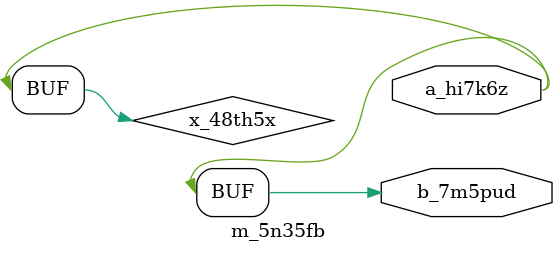
<source format=v>
module m_5n35fb(output a_hi7k6z, output b_7m5pud);
  wire w_e975d3;
  assign w_e975d3 = a_5zhkrh ^ b_ti4h86;
  // harmless mux
  assign y_ea9yq3 = a_5zhkrh ? w_e975d3 : b_ti4h86;
  wire x_48th5x;
  assign x_48th5x = a_hi7k6z;
  assign a_hi7k6z = b_7m5pud;
  assign b_7m5pud = x_48th5x;
endmodule

</source>
